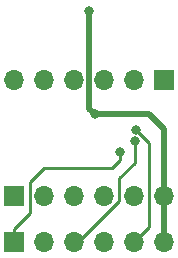
<source format=gbr>
%TF.GenerationSoftware,KiCad,Pcbnew,(5.1.8)-1*%
%TF.CreationDate,2021-08-20T02:01:50-04:00*%
%TF.ProjectId,motor_test,6d6f746f-725f-4746-9573-742e6b696361,rev?*%
%TF.SameCoordinates,Original*%
%TF.FileFunction,Copper,L2,Bot*%
%TF.FilePolarity,Positive*%
%FSLAX46Y46*%
G04 Gerber Fmt 4.6, Leading zero omitted, Abs format (unit mm)*
G04 Created by KiCad (PCBNEW (5.1.8)-1) date 2021-08-20 02:01:50*
%MOMM*%
%LPD*%
G01*
G04 APERTURE LIST*
%TA.AperFunction,ComponentPad*%
%ADD10O,1.700000X1.700000*%
%TD*%
%TA.AperFunction,ComponentPad*%
%ADD11R,1.700000X1.700000*%
%TD*%
%TA.AperFunction,ViaPad*%
%ADD12C,0.800000*%
%TD*%
%TA.AperFunction,Conductor*%
%ADD13C,0.508000*%
%TD*%
%TA.AperFunction,Conductor*%
%ADD14C,0.250000*%
%TD*%
G04 APERTURE END LIST*
D10*
%TO.P,J4,6*%
%TO.N,GND*%
X142480000Y-94360000D03*
%TO.P,J4,5*%
%TO.N,VCC*%
X139940000Y-94360000D03*
%TO.P,J4,4*%
%TO.N,/AIN2*%
X137400000Y-94360000D03*
%TO.P,J4,3*%
%TO.N,/AIN1*%
X134860000Y-94360000D03*
%TO.P,J4,2*%
%TO.N,/BIN2*%
X132320000Y-94360000D03*
D11*
%TO.P,J4,1*%
%TO.N,/BIN1*%
X129780000Y-94360000D03*
%TD*%
D10*
%TO.P,J3,6*%
%TO.N,GND*%
X142480000Y-90460000D03*
%TO.P,J3,5*%
%TO.N,/B2*%
X139940000Y-90460000D03*
%TO.P,J3,4*%
%TO.N,/B1*%
X137400000Y-90460000D03*
%TO.P,J3,3*%
%TO.N,/A2*%
X134860000Y-90460000D03*
%TO.P,J3,2*%
%TO.N,/A1*%
X132320000Y-90460000D03*
D11*
%TO.P,J3,1*%
%TO.N,/VM*%
X129780000Y-90460000D03*
%TD*%
D10*
%TO.P,J1,6*%
%TO.N,/6*%
X129780000Y-80650000D03*
%TO.P,J1,5*%
%TO.N,/5*%
X132320000Y-80650000D03*
%TO.P,J1,4*%
%TO.N,/4*%
X134860000Y-80650000D03*
%TO.P,J1,3*%
%TO.N,/3*%
X137400000Y-80650000D03*
%TO.P,J1,2*%
%TO.N,/2*%
X139940000Y-80650000D03*
D11*
%TO.P,J1,1*%
%TO.N,/1*%
X142480000Y-80650000D03*
%TD*%
D12*
%TO.N,GND*%
X136580000Y-83540000D03*
X136110000Y-74790000D03*
%TO.N,VCC*%
X140080000Y-84860000D03*
%TO.N,/AIN1*%
X140000000Y-85810000D03*
%TO.N,/BIN1*%
X138690000Y-86750000D03*
%TD*%
D13*
%TO.N,GND*%
X142480000Y-90460000D02*
X142480000Y-84850000D01*
X142480000Y-84850000D02*
X141170000Y-83540000D01*
X141170000Y-83540000D02*
X136580000Y-83540000D01*
X136580000Y-83540000D02*
X136130000Y-83090000D01*
X136130000Y-83090000D02*
X136130000Y-74810000D01*
X136130000Y-74810000D02*
X136110000Y-74790000D01*
X142480000Y-90460000D02*
X142480000Y-94360000D01*
D14*
%TO.N,VCC*%
X140080000Y-84860000D02*
X141210000Y-85990000D01*
X141210000Y-93090000D02*
X139940000Y-94360000D01*
X141210000Y-85990000D02*
X141210000Y-93090000D01*
%TO.N,/AIN1*%
X140000000Y-85810000D02*
X140000000Y-87660000D01*
X140000000Y-87660000D02*
X138660000Y-89000000D01*
X135168554Y-94360000D02*
X134860000Y-94360000D01*
X138660000Y-90868554D02*
X135168554Y-94360000D01*
X138660000Y-89000000D02*
X138660000Y-90868554D01*
%TO.N,/BIN1*%
X131090000Y-89270000D02*
X131090000Y-91950000D01*
X132290000Y-88070000D02*
X131090000Y-89270000D01*
X138090000Y-88070000D02*
X132290000Y-88070000D01*
X138690000Y-87470000D02*
X138090000Y-88070000D01*
X138690000Y-86750000D02*
X138690000Y-87470000D01*
X129780000Y-93260000D02*
X131090000Y-91950000D01*
X129780000Y-94360000D02*
X129780000Y-93260000D01*
%TD*%
M02*

</source>
